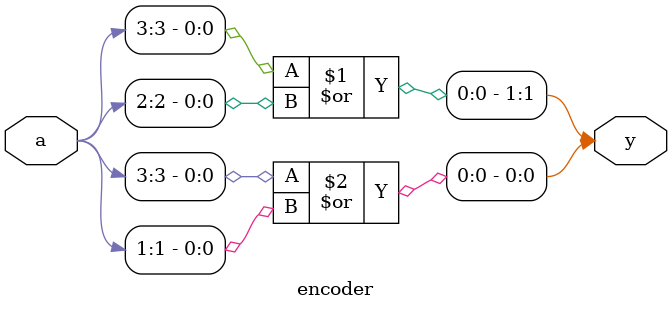
<source format=v>
module encoder(input  [3:0] a,output [1:0] y);
	assign y[1] = a[3] | a[2]; 
	assign y[0] = a[3] | a[1];

endmodule




</source>
